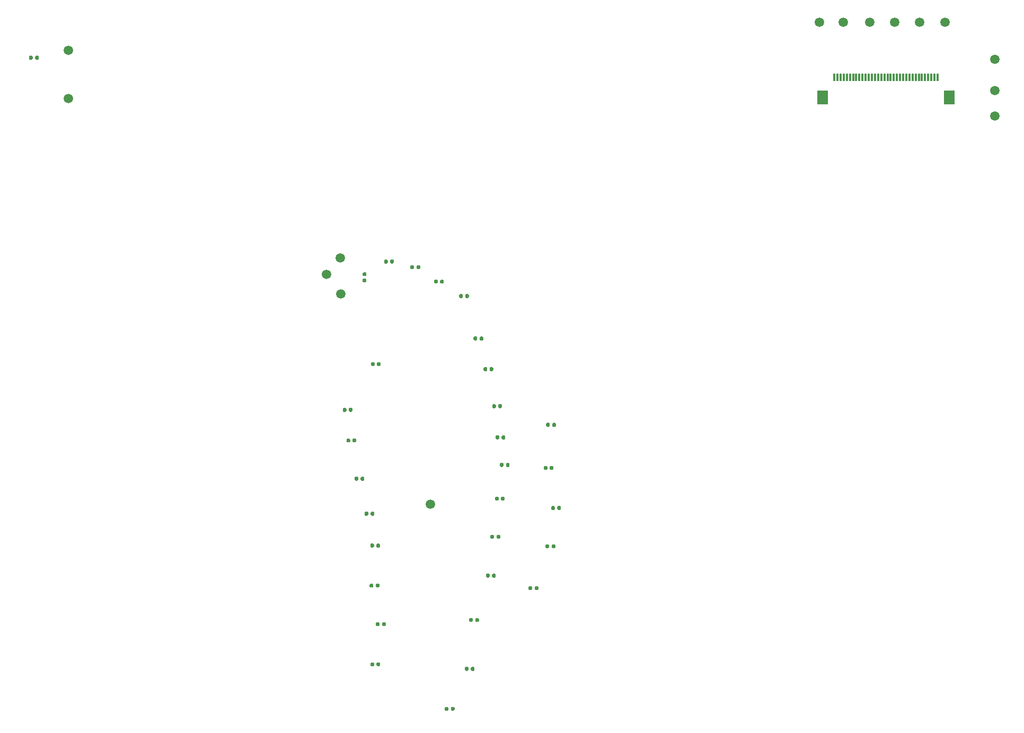
<source format=gbr>
G04 #@! TF.GenerationSoftware,KiCad,Pcbnew,(5.1.8)-1*
G04 #@! TF.CreationDate,2021-03-05T20:40:41-08:00*
G04 #@! TF.ProjectId,anglerfish,616e676c-6572-4666-9973-682e6b696361,rev?*
G04 #@! TF.SameCoordinates,Original*
G04 #@! TF.FileFunction,Soldermask,Bot*
G04 #@! TF.FilePolarity,Negative*
%FSLAX46Y46*%
G04 Gerber Fmt 4.6, Leading zero omitted, Abs format (unit mm)*
G04 Created by KiCad (PCBNEW (5.1.8)-1) date 2021-03-05 20:40:41*
%MOMM*%
%LPD*%
G01*
G04 APERTURE LIST*
%ADD10C,1.500000*%
%ADD11R,0.300000X1.300000*%
%ADD12R,1.800000X2.200000*%
G04 APERTURE END LIST*
D10*
X66000000Y-59200000D03*
X66000000Y-51500000D03*
X214000000Y-62000000D03*
X214000000Y-58000000D03*
X123800000Y-124100000D03*
X214000000Y-53000000D03*
X186000000Y-47000000D03*
X189800000Y-47000000D03*
X194000000Y-47000000D03*
X198000000Y-47000000D03*
X206000000Y-47000000D03*
X202000000Y-47000000D03*
G36*
G01*
X115290000Y-101872500D02*
X115290000Y-101527500D01*
G75*
G02*
X115437500Y-101380000I147500J0D01*
G01*
X115732500Y-101380000D01*
G75*
G02*
X115880000Y-101527500I0J-147500D01*
G01*
X115880000Y-101872500D01*
G75*
G02*
X115732500Y-102020000I-147500J0D01*
G01*
X115437500Y-102020000D01*
G75*
G02*
X115290000Y-101872500I0J147500D01*
G01*
G37*
G36*
G01*
X114320000Y-101872500D02*
X114320000Y-101527500D01*
G75*
G02*
X114467500Y-101380000I147500J0D01*
G01*
X114762500Y-101380000D01*
G75*
G02*
X114910000Y-101527500I0J-147500D01*
G01*
X114910000Y-101872500D01*
G75*
G02*
X114762500Y-102020000I-147500J0D01*
G01*
X114467500Y-102020000D01*
G75*
G02*
X114320000Y-101872500I0J147500D01*
G01*
G37*
G36*
G01*
X140475000Y-137672500D02*
X140475000Y-137327500D01*
G75*
G02*
X140622500Y-137180000I147500J0D01*
G01*
X140917500Y-137180000D01*
G75*
G02*
X141065000Y-137327500I0J-147500D01*
G01*
X141065000Y-137672500D01*
G75*
G02*
X140917500Y-137820000I-147500J0D01*
G01*
X140622500Y-137820000D01*
G75*
G02*
X140475000Y-137672500I0J147500D01*
G01*
G37*
G36*
G01*
X139505000Y-137672500D02*
X139505000Y-137327500D01*
G75*
G02*
X139652500Y-137180000I147500J0D01*
G01*
X139947500Y-137180000D01*
G75*
G02*
X140095000Y-137327500I0J-147500D01*
G01*
X140095000Y-137672500D01*
G75*
G02*
X139947500Y-137820000I-147500J0D01*
G01*
X139652500Y-137820000D01*
G75*
G02*
X139505000Y-137672500I0J147500D01*
G01*
G37*
G36*
G01*
X143190000Y-130972500D02*
X143190000Y-130627500D01*
G75*
G02*
X143337500Y-130480000I147500J0D01*
G01*
X143632500Y-130480000D01*
G75*
G02*
X143780000Y-130627500I0J-147500D01*
G01*
X143780000Y-130972500D01*
G75*
G02*
X143632500Y-131120000I-147500J0D01*
G01*
X143337500Y-131120000D01*
G75*
G02*
X143190000Y-130972500I0J147500D01*
G01*
G37*
G36*
G01*
X142220000Y-130972500D02*
X142220000Y-130627500D01*
G75*
G02*
X142367500Y-130480000I147500J0D01*
G01*
X142662500Y-130480000D01*
G75*
G02*
X142810000Y-130627500I0J-147500D01*
G01*
X142810000Y-130972500D01*
G75*
G02*
X142662500Y-131120000I-147500J0D01*
G01*
X142367500Y-131120000D01*
G75*
G02*
X142220000Y-130972500I0J147500D01*
G01*
G37*
G36*
G01*
X144090000Y-124872500D02*
X144090000Y-124527500D01*
G75*
G02*
X144237500Y-124380000I147500J0D01*
G01*
X144532500Y-124380000D01*
G75*
G02*
X144680000Y-124527500I0J-147500D01*
G01*
X144680000Y-124872500D01*
G75*
G02*
X144532500Y-125020000I-147500J0D01*
G01*
X144237500Y-125020000D01*
G75*
G02*
X144090000Y-124872500I0J147500D01*
G01*
G37*
G36*
G01*
X143120000Y-124872500D02*
X143120000Y-124527500D01*
G75*
G02*
X143267500Y-124380000I147500J0D01*
G01*
X143562500Y-124380000D01*
G75*
G02*
X143710000Y-124527500I0J-147500D01*
G01*
X143710000Y-124872500D01*
G75*
G02*
X143562500Y-125020000I-147500J0D01*
G01*
X143267500Y-125020000D01*
G75*
G02*
X143120000Y-124872500I0J147500D01*
G01*
G37*
G36*
G01*
X142890000Y-118472500D02*
X142890000Y-118127500D01*
G75*
G02*
X143037500Y-117980000I147500J0D01*
G01*
X143332500Y-117980000D01*
G75*
G02*
X143480000Y-118127500I0J-147500D01*
G01*
X143480000Y-118472500D01*
G75*
G02*
X143332500Y-118620000I-147500J0D01*
G01*
X143037500Y-118620000D01*
G75*
G02*
X142890000Y-118472500I0J147500D01*
G01*
G37*
G36*
G01*
X141920000Y-118472500D02*
X141920000Y-118127500D01*
G75*
G02*
X142067500Y-117980000I147500J0D01*
G01*
X142362500Y-117980000D01*
G75*
G02*
X142510000Y-118127500I0J-147500D01*
G01*
X142510000Y-118472500D01*
G75*
G02*
X142362500Y-118620000I-147500J0D01*
G01*
X142067500Y-118620000D01*
G75*
G02*
X141920000Y-118472500I0J147500D01*
G01*
G37*
G36*
G01*
X143290000Y-111572500D02*
X143290000Y-111227500D01*
G75*
G02*
X143437500Y-111080000I147500J0D01*
G01*
X143732500Y-111080000D01*
G75*
G02*
X143880000Y-111227500I0J-147500D01*
G01*
X143880000Y-111572500D01*
G75*
G02*
X143732500Y-111720000I-147500J0D01*
G01*
X143437500Y-111720000D01*
G75*
G02*
X143290000Y-111572500I0J147500D01*
G01*
G37*
G36*
G01*
X142320000Y-111572500D02*
X142320000Y-111227500D01*
G75*
G02*
X142467500Y-111080000I147500J0D01*
G01*
X142762500Y-111080000D01*
G75*
G02*
X142910000Y-111227500I0J-147500D01*
G01*
X142910000Y-111572500D01*
G75*
G02*
X142762500Y-111720000I-147500J0D01*
G01*
X142467500Y-111720000D01*
G75*
G02*
X142320000Y-111572500I0J147500D01*
G01*
G37*
G36*
G01*
X110790000Y-109172500D02*
X110790000Y-108827500D01*
G75*
G02*
X110937500Y-108680000I147500J0D01*
G01*
X111232500Y-108680000D01*
G75*
G02*
X111380000Y-108827500I0J-147500D01*
G01*
X111380000Y-109172500D01*
G75*
G02*
X111232500Y-109320000I-147500J0D01*
G01*
X110937500Y-109320000D01*
G75*
G02*
X110790000Y-109172500I0J147500D01*
G01*
G37*
G36*
G01*
X109820000Y-109172500D02*
X109820000Y-108827500D01*
G75*
G02*
X109967500Y-108680000I147500J0D01*
G01*
X110262500Y-108680000D01*
G75*
G02*
X110410000Y-108827500I0J-147500D01*
G01*
X110410000Y-109172500D01*
G75*
G02*
X110262500Y-109320000I-147500J0D01*
G01*
X109967500Y-109320000D01*
G75*
G02*
X109820000Y-109172500I0J147500D01*
G01*
G37*
G36*
G01*
X111390000Y-114072500D02*
X111390000Y-113727500D01*
G75*
G02*
X111537500Y-113580000I147500J0D01*
G01*
X111832500Y-113580000D01*
G75*
G02*
X111980000Y-113727500I0J-147500D01*
G01*
X111980000Y-114072500D01*
G75*
G02*
X111832500Y-114220000I-147500J0D01*
G01*
X111537500Y-114220000D01*
G75*
G02*
X111390000Y-114072500I0J147500D01*
G01*
G37*
G36*
G01*
X110420000Y-114072500D02*
X110420000Y-113727500D01*
G75*
G02*
X110567500Y-113580000I147500J0D01*
G01*
X110862500Y-113580000D01*
G75*
G02*
X111010000Y-113727500I0J-147500D01*
G01*
X111010000Y-114072500D01*
G75*
G02*
X110862500Y-114220000I-147500J0D01*
G01*
X110567500Y-114220000D01*
G75*
G02*
X110420000Y-114072500I0J147500D01*
G01*
G37*
G36*
G01*
X112690000Y-120172500D02*
X112690000Y-119827500D01*
G75*
G02*
X112837500Y-119680000I147500J0D01*
G01*
X113132500Y-119680000D01*
G75*
G02*
X113280000Y-119827500I0J-147500D01*
G01*
X113280000Y-120172500D01*
G75*
G02*
X113132500Y-120320000I-147500J0D01*
G01*
X112837500Y-120320000D01*
G75*
G02*
X112690000Y-120172500I0J147500D01*
G01*
G37*
G36*
G01*
X111720000Y-120172500D02*
X111720000Y-119827500D01*
G75*
G02*
X111867500Y-119680000I147500J0D01*
G01*
X112162500Y-119680000D01*
G75*
G02*
X112310000Y-119827500I0J-147500D01*
G01*
X112310000Y-120172500D01*
G75*
G02*
X112162500Y-120320000I-147500J0D01*
G01*
X111867500Y-120320000D01*
G75*
G02*
X111720000Y-120172500I0J147500D01*
G01*
G37*
G36*
G01*
X114290000Y-125772500D02*
X114290000Y-125427500D01*
G75*
G02*
X114437500Y-125280000I147500J0D01*
G01*
X114732500Y-125280000D01*
G75*
G02*
X114880000Y-125427500I0J-147500D01*
G01*
X114880000Y-125772500D01*
G75*
G02*
X114732500Y-125920000I-147500J0D01*
G01*
X114437500Y-125920000D01*
G75*
G02*
X114290000Y-125772500I0J147500D01*
G01*
G37*
G36*
G01*
X113320000Y-125772500D02*
X113320000Y-125427500D01*
G75*
G02*
X113467500Y-125280000I147500J0D01*
G01*
X113762500Y-125280000D01*
G75*
G02*
X113910000Y-125427500I0J-147500D01*
G01*
X113910000Y-125772500D01*
G75*
G02*
X113762500Y-125920000I-147500J0D01*
G01*
X113467500Y-125920000D01*
G75*
G02*
X113320000Y-125772500I0J147500D01*
G01*
G37*
G36*
G01*
X115190000Y-130872500D02*
X115190000Y-130527500D01*
G75*
G02*
X115337500Y-130380000I147500J0D01*
G01*
X115632500Y-130380000D01*
G75*
G02*
X115780000Y-130527500I0J-147500D01*
G01*
X115780000Y-130872500D01*
G75*
G02*
X115632500Y-131020000I-147500J0D01*
G01*
X115337500Y-131020000D01*
G75*
G02*
X115190000Y-130872500I0J147500D01*
G01*
G37*
G36*
G01*
X114220000Y-130872500D02*
X114220000Y-130527500D01*
G75*
G02*
X114367500Y-130380000I147500J0D01*
G01*
X114662500Y-130380000D01*
G75*
G02*
X114810000Y-130527500I0J-147500D01*
G01*
X114810000Y-130872500D01*
G75*
G02*
X114662500Y-131020000I-147500J0D01*
G01*
X114367500Y-131020000D01*
G75*
G02*
X114220000Y-130872500I0J147500D01*
G01*
G37*
G36*
G01*
X115090000Y-137272500D02*
X115090000Y-136927500D01*
G75*
G02*
X115237500Y-136780000I147500J0D01*
G01*
X115532500Y-136780000D01*
G75*
G02*
X115680000Y-136927500I0J-147500D01*
G01*
X115680000Y-137272500D01*
G75*
G02*
X115532500Y-137420000I-147500J0D01*
G01*
X115237500Y-137420000D01*
G75*
G02*
X115090000Y-137272500I0J147500D01*
G01*
G37*
G36*
G01*
X114120000Y-137272500D02*
X114120000Y-136927500D01*
G75*
G02*
X114267500Y-136780000I147500J0D01*
G01*
X114562500Y-136780000D01*
G75*
G02*
X114710000Y-136927500I0J-147500D01*
G01*
X114710000Y-137272500D01*
G75*
G02*
X114562500Y-137420000I-147500J0D01*
G01*
X114267500Y-137420000D01*
G75*
G02*
X114120000Y-137272500I0J147500D01*
G01*
G37*
G36*
G01*
X116100000Y-143422500D02*
X116100000Y-143077500D01*
G75*
G02*
X116247500Y-142930000I147500J0D01*
G01*
X116542500Y-142930000D01*
G75*
G02*
X116690000Y-143077500I0J-147500D01*
G01*
X116690000Y-143422500D01*
G75*
G02*
X116542500Y-143570000I-147500J0D01*
G01*
X116247500Y-143570000D01*
G75*
G02*
X116100000Y-143422500I0J147500D01*
G01*
G37*
G36*
G01*
X115130000Y-143422500D02*
X115130000Y-143077500D01*
G75*
G02*
X115277500Y-142930000I147500J0D01*
G01*
X115572500Y-142930000D01*
G75*
G02*
X115720000Y-143077500I0J-147500D01*
G01*
X115720000Y-143422500D01*
G75*
G02*
X115572500Y-143570000I-147500J0D01*
G01*
X115277500Y-143570000D01*
G75*
G02*
X115130000Y-143422500I0J147500D01*
G01*
G37*
G36*
G01*
X115220000Y-149852500D02*
X115220000Y-149507500D01*
G75*
G02*
X115367500Y-149360000I147500J0D01*
G01*
X115662500Y-149360000D01*
G75*
G02*
X115810000Y-149507500I0J-147500D01*
G01*
X115810000Y-149852500D01*
G75*
G02*
X115662500Y-150000000I-147500J0D01*
G01*
X115367500Y-150000000D01*
G75*
G02*
X115220000Y-149852500I0J147500D01*
G01*
G37*
G36*
G01*
X114250000Y-149852500D02*
X114250000Y-149507500D01*
G75*
G02*
X114397500Y-149360000I147500J0D01*
G01*
X114692500Y-149360000D01*
G75*
G02*
X114840000Y-149507500I0J-147500D01*
G01*
X114840000Y-149852500D01*
G75*
G02*
X114692500Y-150000000I-147500J0D01*
G01*
X114397500Y-150000000D01*
G75*
G02*
X114250000Y-149852500I0J147500D01*
G01*
G37*
G36*
G01*
X127090000Y-156972500D02*
X127090000Y-156627500D01*
G75*
G02*
X127237500Y-156480000I147500J0D01*
G01*
X127532500Y-156480000D01*
G75*
G02*
X127680000Y-156627500I0J-147500D01*
G01*
X127680000Y-156972500D01*
G75*
G02*
X127532500Y-157120000I-147500J0D01*
G01*
X127237500Y-157120000D01*
G75*
G02*
X127090000Y-156972500I0J147500D01*
G01*
G37*
G36*
G01*
X126120000Y-156972500D02*
X126120000Y-156627500D01*
G75*
G02*
X126267500Y-156480000I147500J0D01*
G01*
X126562500Y-156480000D01*
G75*
G02*
X126710000Y-156627500I0J-147500D01*
G01*
X126710000Y-156972500D01*
G75*
G02*
X126562500Y-157120000I-147500J0D01*
G01*
X126267500Y-157120000D01*
G75*
G02*
X126120000Y-156972500I0J147500D01*
G01*
G37*
G36*
G01*
X130290000Y-150572500D02*
X130290000Y-150227500D01*
G75*
G02*
X130437500Y-150080000I147500J0D01*
G01*
X130732500Y-150080000D01*
G75*
G02*
X130880000Y-150227500I0J-147500D01*
G01*
X130880000Y-150572500D01*
G75*
G02*
X130732500Y-150720000I-147500J0D01*
G01*
X130437500Y-150720000D01*
G75*
G02*
X130290000Y-150572500I0J147500D01*
G01*
G37*
G36*
G01*
X129320000Y-150572500D02*
X129320000Y-150227500D01*
G75*
G02*
X129467500Y-150080000I147500J0D01*
G01*
X129762500Y-150080000D01*
G75*
G02*
X129910000Y-150227500I0J-147500D01*
G01*
X129910000Y-150572500D01*
G75*
G02*
X129762500Y-150720000I-147500J0D01*
G01*
X129467500Y-150720000D01*
G75*
G02*
X129320000Y-150572500I0J147500D01*
G01*
G37*
G36*
G01*
X130990000Y-142772500D02*
X130990000Y-142427500D01*
G75*
G02*
X131137500Y-142280000I147500J0D01*
G01*
X131432500Y-142280000D01*
G75*
G02*
X131580000Y-142427500I0J-147500D01*
G01*
X131580000Y-142772500D01*
G75*
G02*
X131432500Y-142920000I-147500J0D01*
G01*
X131137500Y-142920000D01*
G75*
G02*
X130990000Y-142772500I0J147500D01*
G01*
G37*
G36*
G01*
X130020000Y-142772500D02*
X130020000Y-142427500D01*
G75*
G02*
X130167500Y-142280000I147500J0D01*
G01*
X130462500Y-142280000D01*
G75*
G02*
X130610000Y-142427500I0J-147500D01*
G01*
X130610000Y-142772500D01*
G75*
G02*
X130462500Y-142920000I-147500J0D01*
G01*
X130167500Y-142920000D01*
G75*
G02*
X130020000Y-142772500I0J147500D01*
G01*
G37*
G36*
G01*
X133675000Y-135672500D02*
X133675000Y-135327500D01*
G75*
G02*
X133822500Y-135180000I147500J0D01*
G01*
X134117500Y-135180000D01*
G75*
G02*
X134265000Y-135327500I0J-147500D01*
G01*
X134265000Y-135672500D01*
G75*
G02*
X134117500Y-135820000I-147500J0D01*
G01*
X133822500Y-135820000D01*
G75*
G02*
X133675000Y-135672500I0J147500D01*
G01*
G37*
G36*
G01*
X132705000Y-135672500D02*
X132705000Y-135327500D01*
G75*
G02*
X132852500Y-135180000I147500J0D01*
G01*
X133147500Y-135180000D01*
G75*
G02*
X133295000Y-135327500I0J-147500D01*
G01*
X133295000Y-135672500D01*
G75*
G02*
X133147500Y-135820000I-147500J0D01*
G01*
X132852500Y-135820000D01*
G75*
G02*
X132705000Y-135672500I0J147500D01*
G01*
G37*
G36*
G01*
X134390000Y-129472500D02*
X134390000Y-129127500D01*
G75*
G02*
X134537500Y-128980000I147500J0D01*
G01*
X134832500Y-128980000D01*
G75*
G02*
X134980000Y-129127500I0J-147500D01*
G01*
X134980000Y-129472500D01*
G75*
G02*
X134832500Y-129620000I-147500J0D01*
G01*
X134537500Y-129620000D01*
G75*
G02*
X134390000Y-129472500I0J147500D01*
G01*
G37*
G36*
G01*
X133420000Y-129472500D02*
X133420000Y-129127500D01*
G75*
G02*
X133567500Y-128980000I147500J0D01*
G01*
X133862500Y-128980000D01*
G75*
G02*
X134010000Y-129127500I0J-147500D01*
G01*
X134010000Y-129472500D01*
G75*
G02*
X133862500Y-129620000I-147500J0D01*
G01*
X133567500Y-129620000D01*
G75*
G02*
X133420000Y-129472500I0J147500D01*
G01*
G37*
G36*
G01*
X135090000Y-123372500D02*
X135090000Y-123027500D01*
G75*
G02*
X135237500Y-122880000I147500J0D01*
G01*
X135532500Y-122880000D01*
G75*
G02*
X135680000Y-123027500I0J-147500D01*
G01*
X135680000Y-123372500D01*
G75*
G02*
X135532500Y-123520000I-147500J0D01*
G01*
X135237500Y-123520000D01*
G75*
G02*
X135090000Y-123372500I0J147500D01*
G01*
G37*
G36*
G01*
X134120000Y-123372500D02*
X134120000Y-123027500D01*
G75*
G02*
X134267500Y-122880000I147500J0D01*
G01*
X134562500Y-122880000D01*
G75*
G02*
X134710000Y-123027500I0J-147500D01*
G01*
X134710000Y-123372500D01*
G75*
G02*
X134562500Y-123520000I-147500J0D01*
G01*
X134267500Y-123520000D01*
G75*
G02*
X134120000Y-123372500I0J147500D01*
G01*
G37*
G36*
G01*
X135890000Y-117972500D02*
X135890000Y-117627500D01*
G75*
G02*
X136037500Y-117480000I147500J0D01*
G01*
X136332500Y-117480000D01*
G75*
G02*
X136480000Y-117627500I0J-147500D01*
G01*
X136480000Y-117972500D01*
G75*
G02*
X136332500Y-118120000I-147500J0D01*
G01*
X136037500Y-118120000D01*
G75*
G02*
X135890000Y-117972500I0J147500D01*
G01*
G37*
G36*
G01*
X134920000Y-117972500D02*
X134920000Y-117627500D01*
G75*
G02*
X135067500Y-117480000I147500J0D01*
G01*
X135362500Y-117480000D01*
G75*
G02*
X135510000Y-117627500I0J-147500D01*
G01*
X135510000Y-117972500D01*
G75*
G02*
X135362500Y-118120000I-147500J0D01*
G01*
X135067500Y-118120000D01*
G75*
G02*
X134920000Y-117972500I0J147500D01*
G01*
G37*
G36*
G01*
X135205000Y-113572500D02*
X135205000Y-113227500D01*
G75*
G02*
X135352500Y-113080000I147500J0D01*
G01*
X135647500Y-113080000D01*
G75*
G02*
X135795000Y-113227500I0J-147500D01*
G01*
X135795000Y-113572500D01*
G75*
G02*
X135647500Y-113720000I-147500J0D01*
G01*
X135352500Y-113720000D01*
G75*
G02*
X135205000Y-113572500I0J147500D01*
G01*
G37*
G36*
G01*
X134235000Y-113572500D02*
X134235000Y-113227500D01*
G75*
G02*
X134382500Y-113080000I147500J0D01*
G01*
X134677500Y-113080000D01*
G75*
G02*
X134825000Y-113227500I0J-147500D01*
G01*
X134825000Y-113572500D01*
G75*
G02*
X134677500Y-113720000I-147500J0D01*
G01*
X134382500Y-113720000D01*
G75*
G02*
X134235000Y-113572500I0J147500D01*
G01*
G37*
G36*
G01*
X134675000Y-108572500D02*
X134675000Y-108227500D01*
G75*
G02*
X134822500Y-108080000I147500J0D01*
G01*
X135117500Y-108080000D01*
G75*
G02*
X135265000Y-108227500I0J-147500D01*
G01*
X135265000Y-108572500D01*
G75*
G02*
X135117500Y-108720000I-147500J0D01*
G01*
X134822500Y-108720000D01*
G75*
G02*
X134675000Y-108572500I0J147500D01*
G01*
G37*
G36*
G01*
X133705000Y-108572500D02*
X133705000Y-108227500D01*
G75*
G02*
X133852500Y-108080000I147500J0D01*
G01*
X134147500Y-108080000D01*
G75*
G02*
X134295000Y-108227500I0J-147500D01*
G01*
X134295000Y-108572500D01*
G75*
G02*
X134147500Y-108720000I-147500J0D01*
G01*
X133852500Y-108720000D01*
G75*
G02*
X133705000Y-108572500I0J147500D01*
G01*
G37*
G36*
G01*
X133290000Y-102672500D02*
X133290000Y-102327500D01*
G75*
G02*
X133437500Y-102180000I147500J0D01*
G01*
X133732500Y-102180000D01*
G75*
G02*
X133880000Y-102327500I0J-147500D01*
G01*
X133880000Y-102672500D01*
G75*
G02*
X133732500Y-102820000I-147500J0D01*
G01*
X133437500Y-102820000D01*
G75*
G02*
X133290000Y-102672500I0J147500D01*
G01*
G37*
G36*
G01*
X132320000Y-102672500D02*
X132320000Y-102327500D01*
G75*
G02*
X132467500Y-102180000I147500J0D01*
G01*
X132762500Y-102180000D01*
G75*
G02*
X132910000Y-102327500I0J-147500D01*
G01*
X132910000Y-102672500D01*
G75*
G02*
X132762500Y-102820000I-147500J0D01*
G01*
X132467500Y-102820000D01*
G75*
G02*
X132320000Y-102672500I0J147500D01*
G01*
G37*
G36*
G01*
X131690000Y-97772500D02*
X131690000Y-97427500D01*
G75*
G02*
X131837500Y-97280000I147500J0D01*
G01*
X132132500Y-97280000D01*
G75*
G02*
X132280000Y-97427500I0J-147500D01*
G01*
X132280000Y-97772500D01*
G75*
G02*
X132132500Y-97920000I-147500J0D01*
G01*
X131837500Y-97920000D01*
G75*
G02*
X131690000Y-97772500I0J147500D01*
G01*
G37*
G36*
G01*
X130720000Y-97772500D02*
X130720000Y-97427500D01*
G75*
G02*
X130867500Y-97280000I147500J0D01*
G01*
X131162500Y-97280000D01*
G75*
G02*
X131310000Y-97427500I0J-147500D01*
G01*
X131310000Y-97772500D01*
G75*
G02*
X131162500Y-97920000I-147500J0D01*
G01*
X130867500Y-97920000D01*
G75*
G02*
X130720000Y-97772500I0J147500D01*
G01*
G37*
G36*
G01*
X129390000Y-90972500D02*
X129390000Y-90627500D01*
G75*
G02*
X129537500Y-90480000I147500J0D01*
G01*
X129832500Y-90480000D01*
G75*
G02*
X129980000Y-90627500I0J-147500D01*
G01*
X129980000Y-90972500D01*
G75*
G02*
X129832500Y-91120000I-147500J0D01*
G01*
X129537500Y-91120000D01*
G75*
G02*
X129390000Y-90972500I0J147500D01*
G01*
G37*
G36*
G01*
X128420000Y-90972500D02*
X128420000Y-90627500D01*
G75*
G02*
X128567500Y-90480000I147500J0D01*
G01*
X128862500Y-90480000D01*
G75*
G02*
X129010000Y-90627500I0J-147500D01*
G01*
X129010000Y-90972500D01*
G75*
G02*
X128862500Y-91120000I-147500J0D01*
G01*
X128567500Y-91120000D01*
G75*
G02*
X128420000Y-90972500I0J147500D01*
G01*
G37*
G36*
G01*
X125390000Y-88672500D02*
X125390000Y-88327500D01*
G75*
G02*
X125537500Y-88180000I147500J0D01*
G01*
X125832500Y-88180000D01*
G75*
G02*
X125980000Y-88327500I0J-147500D01*
G01*
X125980000Y-88672500D01*
G75*
G02*
X125832500Y-88820000I-147500J0D01*
G01*
X125537500Y-88820000D01*
G75*
G02*
X125390000Y-88672500I0J147500D01*
G01*
G37*
G36*
G01*
X124420000Y-88672500D02*
X124420000Y-88327500D01*
G75*
G02*
X124567500Y-88180000I147500J0D01*
G01*
X124862500Y-88180000D01*
G75*
G02*
X125010000Y-88327500I0J-147500D01*
G01*
X125010000Y-88672500D01*
G75*
G02*
X124862500Y-88820000I-147500J0D01*
G01*
X124567500Y-88820000D01*
G75*
G02*
X124420000Y-88672500I0J147500D01*
G01*
G37*
G36*
G01*
X121605000Y-86372500D02*
X121605000Y-86027500D01*
G75*
G02*
X121752500Y-85880000I147500J0D01*
G01*
X122047500Y-85880000D01*
G75*
G02*
X122195000Y-86027500I0J-147500D01*
G01*
X122195000Y-86372500D01*
G75*
G02*
X122047500Y-86520000I-147500J0D01*
G01*
X121752500Y-86520000D01*
G75*
G02*
X121605000Y-86372500I0J147500D01*
G01*
G37*
G36*
G01*
X120635000Y-86372500D02*
X120635000Y-86027500D01*
G75*
G02*
X120782500Y-85880000I147500J0D01*
G01*
X121077500Y-85880000D01*
G75*
G02*
X121225000Y-86027500I0J-147500D01*
G01*
X121225000Y-86372500D01*
G75*
G02*
X121077500Y-86520000I-147500J0D01*
G01*
X120782500Y-86520000D01*
G75*
G02*
X120635000Y-86372500I0J147500D01*
G01*
G37*
G36*
G01*
X117390000Y-85472500D02*
X117390000Y-85127500D01*
G75*
G02*
X117537500Y-84980000I147500J0D01*
G01*
X117832500Y-84980000D01*
G75*
G02*
X117980000Y-85127500I0J-147500D01*
G01*
X117980000Y-85472500D01*
G75*
G02*
X117832500Y-85620000I-147500J0D01*
G01*
X117537500Y-85620000D01*
G75*
G02*
X117390000Y-85472500I0J147500D01*
G01*
G37*
G36*
G01*
X116420000Y-85472500D02*
X116420000Y-85127500D01*
G75*
G02*
X116567500Y-84980000I147500J0D01*
G01*
X116862500Y-84980000D01*
G75*
G02*
X117010000Y-85127500I0J-147500D01*
G01*
X117010000Y-85472500D01*
G75*
G02*
X116862500Y-85620000I-147500J0D01*
G01*
X116567500Y-85620000D01*
G75*
G02*
X116420000Y-85472500I0J147500D01*
G01*
G37*
G36*
G01*
X60690000Y-52872500D02*
X60690000Y-52527500D01*
G75*
G02*
X60837500Y-52380000I147500J0D01*
G01*
X61132500Y-52380000D01*
G75*
G02*
X61280000Y-52527500I0J-147500D01*
G01*
X61280000Y-52872500D01*
G75*
G02*
X61132500Y-53020000I-147500J0D01*
G01*
X60837500Y-53020000D01*
G75*
G02*
X60690000Y-52872500I0J147500D01*
G01*
G37*
G36*
G01*
X59720000Y-52872500D02*
X59720000Y-52527500D01*
G75*
G02*
X59867500Y-52380000I147500J0D01*
G01*
X60162500Y-52380000D01*
G75*
G02*
X60310000Y-52527500I0J-147500D01*
G01*
X60310000Y-52872500D01*
G75*
G02*
X60162500Y-53020000I-147500J0D01*
G01*
X59867500Y-53020000D01*
G75*
G02*
X59720000Y-52872500I0J147500D01*
G01*
G37*
D11*
X188350000Y-55850000D03*
X188850000Y-55850000D03*
X189350000Y-55850000D03*
X189850000Y-55850000D03*
X190350000Y-55850000D03*
X190850000Y-55850000D03*
X191350000Y-55850000D03*
X191850000Y-55850000D03*
X192350000Y-55850000D03*
X192850000Y-55850000D03*
X193350000Y-55850000D03*
X193850000Y-55850000D03*
X194350000Y-55850000D03*
X194850000Y-55850000D03*
X195350000Y-55850000D03*
X195850000Y-55850000D03*
X196350000Y-55850000D03*
X196850000Y-55850000D03*
X197350000Y-55850000D03*
X197850000Y-55850000D03*
X198350000Y-55850000D03*
X198850000Y-55850000D03*
X199350000Y-55850000D03*
X199850000Y-55850000D03*
X200350000Y-55850000D03*
X200850000Y-55850000D03*
X201350000Y-55850000D03*
X201850000Y-55850000D03*
X202350000Y-55850000D03*
X202850000Y-55850000D03*
X203350000Y-55850000D03*
X203850000Y-55850000D03*
X204350000Y-55850000D03*
X204850000Y-55850000D03*
D12*
X206750000Y-59100000D03*
X186450000Y-59100000D03*
D10*
X109500000Y-90500000D03*
X109400000Y-84700000D03*
X107200000Y-87300000D03*
G36*
G01*
X113472500Y-87625000D02*
X113127500Y-87625000D01*
G75*
G02*
X112980000Y-87477500I0J147500D01*
G01*
X112980000Y-87182500D01*
G75*
G02*
X113127500Y-87035000I147500J0D01*
G01*
X113472500Y-87035000D01*
G75*
G02*
X113620000Y-87182500I0J-147500D01*
G01*
X113620000Y-87477500D01*
G75*
G02*
X113472500Y-87625000I-147500J0D01*
G01*
G37*
G36*
G01*
X113472500Y-88595000D02*
X113127500Y-88595000D01*
G75*
G02*
X112980000Y-88447500I0J147500D01*
G01*
X112980000Y-88152500D01*
G75*
G02*
X113127500Y-88005000I147500J0D01*
G01*
X113472500Y-88005000D01*
G75*
G02*
X113620000Y-88152500I0J-147500D01*
G01*
X113620000Y-88447500D01*
G75*
G02*
X113472500Y-88595000I-147500J0D01*
G01*
G37*
M02*

</source>
